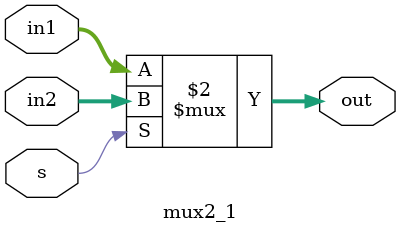
<source format=v>
module mux2_1(in1, in2, s, out);

    input [31:0] in1, in2;
    input s;

    output wire [31:0] out;

    assign out = (s == 0) ? in1 : in2;

endmodule
</source>
